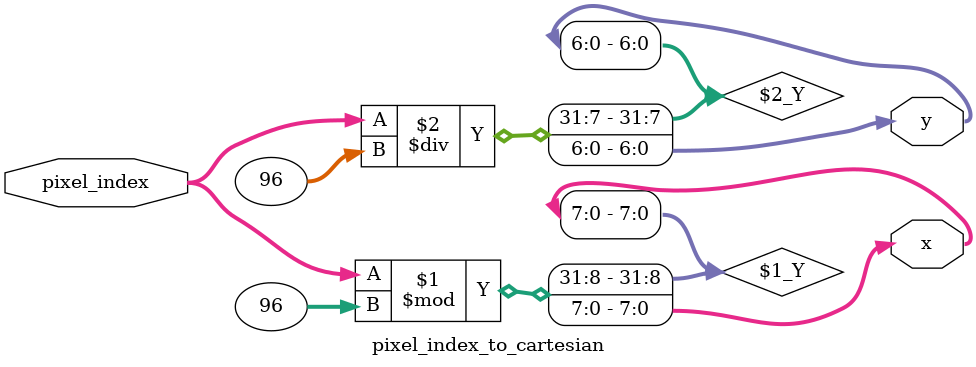
<source format=v>
`timescale 1ns / 1ps


module pixel_index_to_cartesian(input [12:0] pixel_index,
                                output [7:0] x, output [6:0] y);

    assign x = pixel_index % 96;
    assign y = pixel_index / 96; 

endmodule

</source>
